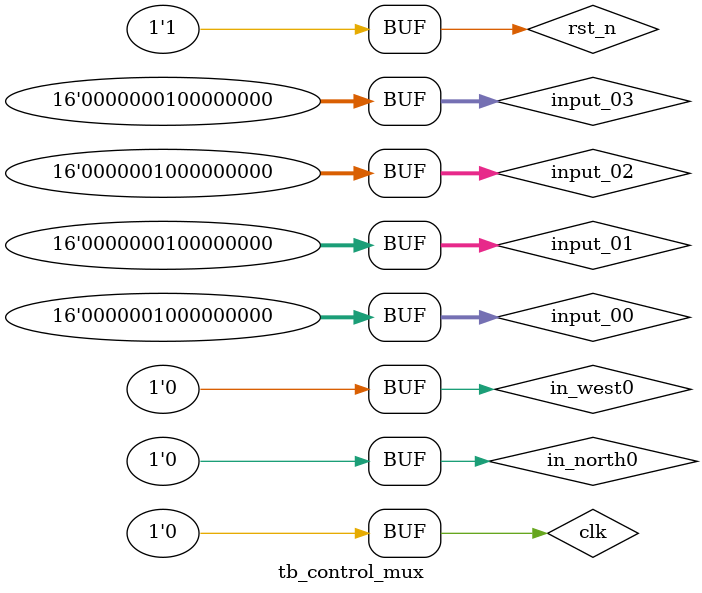
<source format=v>
`timescale 1ns / 1ps
`include "control_mux.v"
`include "mux4_1.v"

/*
We're gonna test this matrix
[ 2 1 2 1 
  0 1 0 1           
  1 2 0 1				
  1 1 1 0 ]				  
*/

module tb_control_mux;
parameter WIDTH = 16;

// Input for mux & controller module
reg clk, rst_n;
reg [WIDTH-1:0] input_00, input_01, input_02, input_03;
reg [WIDTH-1:0] input_10, input_11, input_12, input_13;
reg [WIDTH-1:0] input_20, input_21, input_22, input_23;
reg [WIDTH-1:0] input_30, input_31, input_32, input_33;

reg [3:0] select;

// Output for mux & controller module
wire [WIDTH-1:0] out0, out1, out2, out3;
wire [3:0] mux_reset;

// Mux inst
mux4_1 #(.WIDTH(WIDTH)) mux_inst0 (.clk(clk), .rst_n(rst_n), .input_0(input_00), .input_1(input_01), .input_2(input_02), .input_3(input_03), .out(out0));
mux4_1 #(.WIDTH(WIDTH)) mux_inst1 (.clk(clk), .rst_n(rst_n), .input_0(input_10), .input_1(input_11), .input_2(input_12), .input_3(input_13), .out(out1));
mux4_1 #(.WIDTH(WIDTH)) mux_inst2 (.clk(clk), .rst_n(rst_n), .input_0(input_20), .input_1(input_21), .input_2(input_22), .input_3(input_23), .out(out2));
mux4_1 #(.WIDTH(WIDTH)) mux_inst3 (.clk(clk), .rst_n(rst_n), .input_0(input_30), .input_1(input_31), .input_2(input_32), .input_3(input_33), .out(out3));

initial begin
    rst_n <= 0;
    clk <= 0;
    #10;
    rst_n <=1;
    #50;
end


// Clock generation
initial begin
	repeat(50)
		#5 clk <= ~clk;
end

// Behavior
initial begin
	#10 input_00 = 16'h0200;
		input_01 = 16'h0100;
		input_02 = 16'h0200;
		input_03 = 16'h0100;
end

initial begin
    #10 in_north0 = 16'h0300;  
        in_west0 = 16'h0100;
    #10 in_north0 = 16'h0100;  
        in_west0 = 16'h0200;
    #10 in_north0 = 16'h0300;  
        in_west0 = 16'h0100;
    #10 in_north0 = 16'h0000;  
        in_west0 = 16'h0200;
	//
	#10 in_north0 = 16'h0000;  
        in_west0 = 16'h0000;
	#10 in_north0 = 16'h0000;  
        in_west0 = 16'h0000;
	#10 in_north0 = 16'h0000;  
        in_west0 = 16'h0000;
end


// Dumping to see the waveform file
initial begin
    // Set up VCD dump file
    $dumpfile("tb_control_mux.vcd");  // VCD output file
    $dumpvars(0, tb_control_mux);      // Dump all variables in the testbench
end


endmodule
</source>
